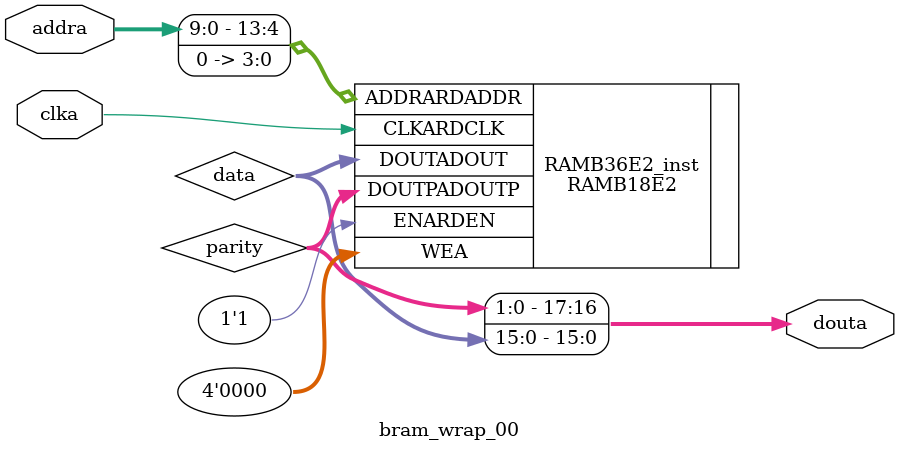
<source format=v>
`timescale 1ns / 1ps

module bram_wrap_00(
    input clka,
    input [9:0] addra,
    output [17:0] douta
    );
    
    wire [15:0] data;
    wire [1:0] parity;
    
    assign douta = {parity, data};
    
RAMB18E2 #(
// CASCADE_ORDER_A, CASCADE_ORDER_B: "FIRST", "MIDDLE", "LAST", "NONE"
.CASCADE_ORDER_A("NONE"),
.CASCADE_ORDER_B("NONE"),
// CLOCK_DOMAINS: "COMMON", "INDEPENDENT"
.CLOCK_DOMAINS("INDEPENDENT"),
// Collision check: "ALL", "GENERATE_X_ONLY", "NONE", "WARNING_ONLY"
.SIM_COLLISION_CHECK("ALL"),
// DOA_REG, DOB_REG: Optional output register (0, 1)
.DOA_REG(0),
.DOB_REG(0),
// ENADDRENA/ENADDRENB: Address enable pin enable, "TRUE", "FALSE"
.ENADDRENA("FALSE"),
.ENADDRENB("FALSE"),
// EN_ECC_PIPE: ECC pipeline register, "TRUE"/"FALSE"
// EN_ECC_READ: Enable ECC decoder, "TRUE"/"FALSE"
   // INITP_00 to INITP_0F: Initial contents of the parity memory array
	.INITP_00(256'h0000000000000000000000000000000000000000000000000000000000000000),
	.INITP_01(256'h0000000000000000000000000000000000000000000000000000000000000000),
	.INITP_02(256'h0000000000000000000000000000000000000000000000000000000000000000),
	.INITP_03(256'h0000000000000000000000000000000000000000000000000000000000000000),
	.INITP_04(256'h0000000000000000000000000000000000000000000000000000000000000000),
	.INITP_05(256'h0000000000000000000000000000000000000000000000000000000000000000),
	.INITP_06(256'h0000000000000000000000000000000000000000000000000000000000000000),
	.INITP_07(256'h0000000000000000000000000000000000000000000000000000000000000000),
   // INIT_00 to INIT_7F: Initial contents of the data memory array
	.INIT_00(256'h0000000000000000000000000000000000000000000000000000000000000000),
	.INIT_01(256'h0000000000000000000000000000000000000000000000000000000000000000),
	.INIT_02(256'h0000000000000000000000000000000000000000000000000000000000000000),
	.INIT_03(256'h0000000000000000000000000000000000000000000000000000000000000000),
	.INIT_04(256'h0000000000000000000000000000000000000000000000000000000000000000),
	.INIT_05(256'h0000000000000000000000000000000000000000000000000000000000000000),
	.INIT_06(256'h0000000000000000000000000000000000000000000000000000000000000000),
	.INIT_07(256'h0000000000000000000000000000000000000000000000000000000000000000),
	.INIT_08(256'h0000000000000000000000000000000000000000000000000000000000000000),
	.INIT_09(256'h0000000000000000000000000000000000000000000000000000000000000000),
	.INIT_0A(256'h0000000000000000000000000000000000000000000000000000000000000000),
	.INIT_0B(256'h0000000000000000000000000000000000000000000000000000000000000000),
	.INIT_0C(256'h0000000000000000000000000000000000000000000000000000000000000000),
	.INIT_0D(256'h0000000000000000000000000000000000000000000000000000000000000000),
	.INIT_0E(256'h0000000000000000000000000000000000000000000000000000000000000000),
	.INIT_0F(256'h0000000000000000000000000000000000000000000000000000000000000000),
	.INIT_10(256'h0000000000000000000000000000000000000000000000000000000000000000),
	.INIT_11(256'h0000000000000000000000000000000000000000000000000000000000000000),
	.INIT_12(256'h0000000000000000000000000000000000000000000000000000000000000000),
	.INIT_13(256'h0000000000000000000000000000000000000000000000000000000000000000),
	.INIT_14(256'h0000000000000000000000000000000000000000000000000000000000000000),
	.INIT_15(256'h0000000000000000000000000000000000000000000000000000000000000000),
	.INIT_16(256'h0000000000000000000000000000000000000000000000000000000000000000),
	.INIT_17(256'h0000000000000000000000000000000000000000000000000000000000000000),
	.INIT_18(256'h0000000000000000000000000000000000000000000000000000000000000000),
	.INIT_19(256'h0000000000000000000000000000000000000000000000000000000000000000),
	.INIT_1A(256'h0000000000000000000000000000000000000000000000000000000000000000),
	.INIT_1B(256'h0000000000000000000000000000000000000000000000000000000000000000),
	.INIT_1C(256'h0000000000000000000000000000000000000000000000000000000000000000),
	.INIT_1D(256'h0000000000000000000000000000000000000000000000000000000000000000),
	.INIT_1E(256'h0000000000000000000000000000000000000000000000000000000000000000),
	.INIT_1F(256'h0000000000000000000000000000000000000000000000000000000000000000),
	.INIT_20(256'h0000000000000000000000000000000000000000000000000000000000000000),
	.INIT_21(256'h0000000000000000000000000000000000000000000000000000000000000000),
	.INIT_22(256'h0000000000000000000000000000000000000000000000000000000000000000),
	.INIT_23(256'h0000000000000000000000000000000000000000000000000000000000000000),
	.INIT_24(256'h0000000000000000000000000000000000000000000000000000000000000000),
	.INIT_25(256'h0000000000000000000000000000000000000000000000000000000000000000),
	.INIT_26(256'h0000000000000000000000000000000000000000000000000000000000000000),
	.INIT_27(256'h0000000000000000000000000000000000000000000000000000000000000000),
	.INIT_28(256'h0000000000000000000000000000000000000000000000000000000000000000),
	.INIT_29(256'h0000000000000000000000000000000000000000000000000000000000000000),
	.INIT_2A(256'h0000000000000000000000000000000000000000000000000000000000000000),
	.INIT_2B(256'h0000000000000000000000000000000000000000000000000000000000000000),
	.INIT_2C(256'h0000000000000000000000000000000000000000000000000000000000000000),
	.INIT_2D(256'h0000000000000000000000000000000000000000000000000000000000000000),
	.INIT_2E(256'h0000000000000000000000000000000000000000000000000000000000000000),
	.INIT_2F(256'h0000000000000000000000000000000000000000000000000000000000000000),
	.INIT_30(256'h0000000000000000000000000000000000000000000000000000000000000000),
	.INIT_31(256'h0000000000000000000000000000000000000000000000000000000000000000),
	.INIT_32(256'h0000000000000000000000000000000000000000000000000000000000000000),
	.INIT_33(256'h0000000000000000000000000000000000000000000000000000000000000000),
	.INIT_34(256'h0000000000000000000000000000000000000000000000000000000000000000),
	.INIT_35(256'h0000000000000000000000000000000000000000000000000000000000000000),
	.INIT_36(256'h0000000000000000000000000000000000000000000000000000000000000000),
	.INIT_37(256'h0000000000000000000000000000000000000000000000000000000000000000),
	.INIT_38(256'h0000000000000000000000000000000000000000000000000000000000000000),
	.INIT_39(256'h0000000000000000000000000000000000000000000000000000000000000000),
	.INIT_3A(256'h0000000000000000000000000000000000000000000000000000000000000000),
	.INIT_3B(256'h0000000000000000000000000000000000000000000000000000000000000000),
	.INIT_3C(256'h0000000000000000000000000000000000000000000000000000000000000000),
	.INIT_3D(256'h0000000000000000000000000000000000000000000000000000000000000000),
	.INIT_3E(256'h0000000000000000000000000000000000000000000000000000000000000000),
	.INIT_3F(256'h0000000000000000000000000000000000000000000000000000000000000000),
   // INIT_A, INIT_B: Initial values on output ports
.INIT_A(18'h000000000),
.INIT_B(18'h000000000),
// Initialization File: RAM initialization file
.INIT_FILE("NONE"),
// Programmable Inversion Attributes: Specifies the use of the built-in programmable inversion
.IS_CLKARDCLK_INVERTED(1'b0),
.IS_CLKBWRCLK_INVERTED(1'b0),
.IS_ENARDEN_INVERTED(1'b0),
.IS_ENBWREN_INVERTED(1'b0),
.IS_RSTRAMARSTRAM_INVERTED(1'b0),
.IS_RSTRAMB_INVERTED(1'b0),
.IS_RSTREGARSTREG_INVERTED(1'b0),
.IS_RSTREGB_INVERTED(1'b0),
// RDADDRCHANGE: Disable memory access when output value does not change ("TRUE", "FALSE")
.RDADDRCHANGEA("FALSE"),
.RDADDRCHANGEB("FALSE"),
// READ_WIDTH_A/B, WRITE_WIDTH_A/B: Read/write width per port
.READ_WIDTH_A(18), // 0-9
.READ_WIDTH_B(0), // 0-9
.WRITE_WIDTH_A(0), // 0-9
.WRITE_WIDTH_B(0), // 0-9
// RSTREG_PRIORITY_A, RSTREG_PRIORITY_B: Reset or enable priority ("RSTREG", "REGCE")
.RSTREG_PRIORITY_A("RSTREG"),
.RSTREG_PRIORITY_B("RSTREG"),
// SRVAL_A, SRVAL_B: Set/reset value for output
.SRVAL_A(18'h000000000),
.SRVAL_B(18'h000000000),
// Sleep Async: Sleep function asynchronous or synchronous ("TRUE", "FALSE")
.SLEEP_ASYNC("FALSE"),
// WriteMode: "WRITE_FIRST", "NO_CHANGE", "READ_FIRST"
.WRITE_MODE_A("READ_FIRST"),
.WRITE_MODE_B("READ_FIRST")
)
RAMB36E2_inst (
// Cascade Signals outputs: Multi-BRAM cascade signals
//.CASDOUTA(CASDOUTA), // 32-bit output: Port A cascade output data
//.CASDOUTB(CASDOUTB), // 32-bit output: Port B cascade output data
//.CASDOUTPA(CASDOUTPA), // 4-bit output: Port A cascade output parity data
//.CASDOUTPB(CASDOUTPB), // 4-bit output: Port B cascade output parity data
//.CASOUTDBITERR(CASOUTDBITERR), // 1-bit output: DBITERR cascade output
//.CASOUTSBITERR(CASOUTSBITERR), // 1-bit output: SBITERR cascade output
// ECC Signals outputs: Error Correction Circuitry ports
//.DBITERR(DBITERR), // 1-bit output: Double bit error status
//.ECCPARITY(ECCPARITY), // 8-bit output: Generated error correction parity
//.RDADDRECC(RDADDRECC), // 9-bit output: ECC Read Address
//.SBITERR(SBITERR), // 1-bit output: Single bit error status
// Port A Data outputs: Port A data
.DOUTADOUT(data), // 32-bit output: Port A Data/LSB data
.DOUTPADOUTP(parity), // 4-bit output: Port A parity/LSB parity
// Port B Data outputs: Port B data
//.DOUTBDOUT(DOUTBDOUT), // 32-bit output: Port B data/MSB data
//.DOUTPBDOUTP(DOUTPBDOUTP), // 4-bit output: Port B parity/MSB parity
// Cascade Signals inputs: Multi-BRAM cascade signals
//.CASDIMUXA(CASDIMUXA), // 1-bit input: Port A input data (0=DINA, 1=CASDINA)
//.CASDIMUXB(CASDIMUXB), // 1-bit input: Port B input data (0=DINB, 1=CASDINB)
//.CASDINA(CASDINA), // 32-bit input: Port A cascade input data
//.CASDINB(CASDINB), // 32-bit input: Port B cascade input data
//.CASDINPA(CASDINPA), // 4-bit input: Port A cascade input parity data
//.CASDINPB(CASDINPB), // 4-bit input: Port B cascade input parity data
//.CASDOMUXA(CASDOMUXA), // 1-bit input: Port A unregistered data (0=BRAM data, 1=CASDINA)
//.CASDOMUXB(CASDOMUXB), // 1-bit input: Port B unregistered data (0=BRAM data, 1=CASDINB)
//.CASDOMUXEN_A(CASDOMUXEN_A), // 1-bit input: Port A unregistered output data enable
//.CASDOMUXEN_B(CASDOMUXEN_B), // 1-bit input: Port B unregistered output data enable
//.CASINDBITERR(CASINDBITERR), // 1-bit input: DBITERR cascade input
//.CASINSBITERR(CASINSBITERR), // 1-bit input: SBITERR cascade input
//.CASOREGIMUXA(CASOREGIMUXA), // 1-bit input: Port A registered data (0=BRAM data, 1=CASDINA)
//.CASOREGIMUXB(CASOREGIMUXB), // 1-bit input: Port B registered data (0=BRAM data, 1=CASDINB)
//.CASOREGIMUXEN_A(CASOREGIMUXEN_A), // 1-bit input: Port A registered output data enable
//.CASOREGIMUXEN_B(CASOREGIMUXEN_B), // 1-bit input: Port B registered output data enable
// ECC Signals inputs: Error Correction Circuitry ports
//.ECCPIPECE(ECCPIPECE), // 1-bit input: ECC Pipeline Register Enable
//.INJECTDBITERR(INJECTDBITERR), // 1-bit input: Inject a double-bit error
//.INJECTSBITERR(INJECTSBITERR),
// Port A Address/Control Signals inputs: Port A address and control signals
.ADDRARDADDR({addra[9:0], 4'b0}), // 15-bit input: A/Read port address
//.ADDRENA(1'b1), // 1-bit input: Active-High A/Read port address enable
.CLKARDCLK(clka), // 1-bit input: A/Read port clock
.ENARDEN(1'b1), // 1-bit input: Port A enable/Read enable
//.REGCEAREGCE(REGCEAREGCE), // 1-bit input: Port A register enable/Register enable
//.RSTRAMARSTRAM(RSTRAMARSTRAM), // 1-bit input: Port A set/reset
//.RSTREGARSTREG(RSTREGARSTREG), // 1-bit input: Port A register set/reset
//.SLEEP(SLEEP), // 1-bit input: Sleep Mode
.WEA(4'b0) // 4-bit input: Port A write enable
// Port A Data inputs: Port A data
//.DINADIN(DINADIN), // 32-bit input: Port A data/LSB data
//.DINPADINP(DINPADINP), // 4-bit input: Port A parity/LSB parity
// Port B Address/Control Signals inputs: Port B address and control signals
//.ADDRBWRADDR(ADDRBWRADDR), // 15-bit input: B/Write port address
//.ADDRENB(ADDRENB), // 1-bit input: Active-High B/Write port address enable
//.CLKBWRCLK(CLKBWRCLK), // 1-bit input: B/Write port clock
//.ENBWREN(ENBWREN), // 1-bit input: Port B enable/Write enable
//.REGCEB(REGCEB), // 1-bit input: Port B register enable
//.RSTRAMB(RSTRAMB), // 1-bit input: Port B set/reset
//.RSTREGB(RSTREGB), // 1-bit input: Port B register set/reset
//.WEBWE(WEBWE), // 8-bit input: Port B write enable/Write enable
// Port B Data inputs: Port B data
//.DINBDIN(DINBDIN), // 32-bit input: Port B data/MSB data
//.DINPBDINP(DINPBDINP) // 4-bit input: Port B parity/MSB parity
);
    
endmodule

</source>
